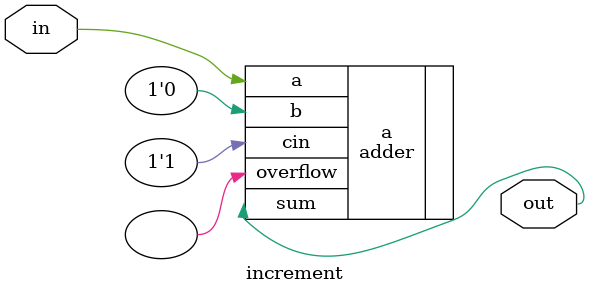
<source format=sv>
module increment #(parameter WIDTH=1) (out, in);
	output logic [WIDTH-1:0] out;
	input logic [WIDTH-1:0] in;
	
	adder #(WIDTH) a(.sum(out), .overflow( ), .a(in), .b({WIDTH{1'b0}}), .cin(1'b1));
endmodule 
</source>
